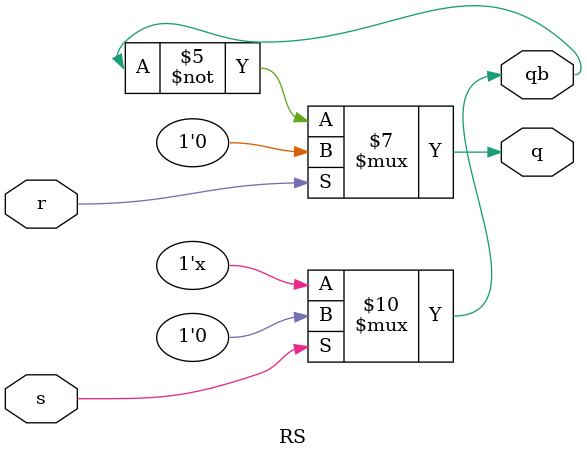
<source format=v>
module RS(
    input r,s,
    output  q,qb
);
    reg q,qb;
    always @(r,s,qb,q) begin
        if(s==1)    qb=0;
        else        qb=~q;
        if(r==1)    q=0;
        else        q=~qb;
    end
endmodule

//RS锁存器

</source>
